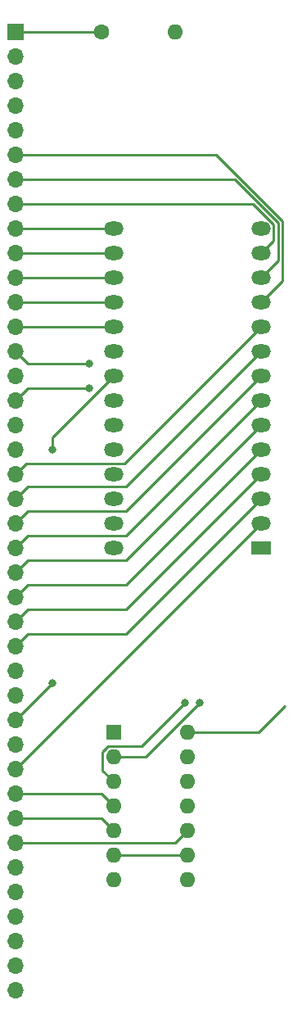
<source format=gbr>
%TF.GenerationSoftware,KiCad,Pcbnew,5.1.6-c6e7f7d~87~ubuntu18.04.1*%
%TF.CreationDate,2020-08-11T21:02:34+01:00*%
%TF.ProjectId,8KROM_Lower_Rev2,384b524f-4d5f-44c6-9f77-65725f526576,rev?*%
%TF.SameCoordinates,Original*%
%TF.FileFunction,Copper,L1,Top*%
%TF.FilePolarity,Positive*%
%FSLAX46Y46*%
G04 Gerber Fmt 4.6, Leading zero omitted, Abs format (unit mm)*
G04 Created by KiCad (PCBNEW 5.1.6-c6e7f7d~87~ubuntu18.04.1) date 2020-08-11 21:02:34*
%MOMM*%
%LPD*%
G01*
G04 APERTURE LIST*
%TA.AperFunction,ComponentPad*%
%ADD10O,2.000000X1.440000*%
%TD*%
%TA.AperFunction,ComponentPad*%
%ADD11R,2.000000X1.440000*%
%TD*%
%TA.AperFunction,ComponentPad*%
%ADD12O,1.600000X1.600000*%
%TD*%
%TA.AperFunction,ComponentPad*%
%ADD13R,1.600000X1.600000*%
%TD*%
%TA.AperFunction,ComponentPad*%
%ADD14C,1.600000*%
%TD*%
%TA.AperFunction,ComponentPad*%
%ADD15O,1.700000X1.700000*%
%TD*%
%TA.AperFunction,ComponentPad*%
%ADD16R,1.700000X1.700000*%
%TD*%
%TA.AperFunction,ViaPad*%
%ADD17C,0.800000*%
%TD*%
%TA.AperFunction,Conductor*%
%ADD18C,0.250000*%
%TD*%
G04 APERTURE END LIST*
D10*
%TO.P,U2,15*%
%TO.N,D3*%
X121920000Y-74930000D03*
%TO.P,U2,14*%
%TO.N,GND*%
X137160000Y-74930000D03*
%TO.P,U2,16*%
%TO.N,D4*%
X121920000Y-77470000D03*
%TO.P,U2,13*%
%TO.N,D2*%
X137160000Y-77470000D03*
%TO.P,U2,17*%
%TO.N,D5*%
X121920000Y-80010000D03*
%TO.P,U2,12*%
%TO.N,D1*%
X137160000Y-80010000D03*
%TO.P,U2,18*%
%TO.N,D6*%
X121920000Y-82550000D03*
%TO.P,U2,11*%
%TO.N,D0*%
X137160000Y-82550000D03*
%TO.P,U2,19*%
%TO.N,D7*%
X121920000Y-85090000D03*
%TO.P,U2,10*%
%TO.N,Net-(J1-Pad19)*%
X137160000Y-85090000D03*
%TO.P,U2,20*%
%TO.N,CE*%
X121920000Y-87630000D03*
%TO.P,U2,9*%
%TO.N,Net-(J1-Pad20)*%
X137160000Y-87630000D03*
%TO.P,U2,21*%
%TO.N,Net-(J1-Pad29)*%
X121920000Y-90170000D03*
%TO.P,U2,8*%
%TO.N,Net-(J1-Pad21)*%
X137160000Y-90170000D03*
%TO.P,U2,22*%
%TO.N,Net-(U1-Pad3)*%
X121920000Y-92710000D03*
%TO.P,U2,7*%
%TO.N,Net-(J1-Pad22)*%
X137160000Y-92710000D03*
%TO.P,U2,23*%
%TO.N,Net-(J1-Pad30)*%
X121920000Y-95250000D03*
%TO.P,U2,6*%
%TO.N,Net-(J1-Pad23)*%
X137160000Y-95250000D03*
%TO.P,U2,24*%
%TO.N,Net-(J1-Pad28)*%
X121920000Y-97790000D03*
%TO.P,U2,5*%
%TO.N,Net-(J1-Pad24)*%
X137160000Y-97790000D03*
%TO.P,U2,25*%
%TO.N,Net-(J1-Pad27)*%
X121920000Y-100330000D03*
%TO.P,U2,4*%
%TO.N,Net-(J1-Pad25)*%
X137160000Y-100330000D03*
%TO.P,U2,26*%
%TO.N,N/C*%
X121920000Y-102870000D03*
%TO.P,U2,3*%
%TO.N,Net-(J1-Pad26)*%
X137160000Y-102870000D03*
%TO.P,U2,27*%
%TO.N,Net-(R1-Pad2)*%
X121920000Y-105410000D03*
%TO.P,U2,2*%
%TO.N,Net-(J1-Pad31)*%
X137160000Y-105410000D03*
%TO.P,U2,28*%
%TO.N,+5V*%
X121920000Y-107950000D03*
D11*
%TO.P,U2,1*%
%TO.N,N/C*%
X137160000Y-107950000D03*
%TD*%
D12*
%TO.P,U1,14*%
%TO.N,+5V*%
X129540000Y-127000000D03*
%TO.P,U1,7*%
%TO.N,GND*%
X121920000Y-142240000D03*
%TO.P,U1,13*%
X129540000Y-129540000D03*
%TO.P,U1,6*%
%TO.N,Net-(U1-Pad6)*%
X121920000Y-139700000D03*
%TO.P,U1,12*%
%TO.N,GND*%
X129540000Y-132080000D03*
%TO.P,U1,5*%
%TO.N,Net-(J1-Pad33)*%
X121920000Y-137160000D03*
%TO.P,U1,11*%
%TO.N,Net-(U1-Pad11)*%
X129540000Y-134620000D03*
%TO.P,U1,4*%
%TO.N,Net-(J1-Pad32)*%
X121920000Y-134620000D03*
%TO.P,U1,10*%
%TO.N,Net-(J1-Pad34)*%
X129540000Y-137160000D03*
%TO.P,U1,3*%
%TO.N,Net-(U1-Pad3)*%
X121920000Y-132080000D03*
%TO.P,U1,9*%
%TO.N,Net-(U1-Pad6)*%
X129540000Y-139700000D03*
%TO.P,U1,2*%
%TO.N,Net-(J1-Pad16)*%
X121920000Y-129540000D03*
%TO.P,U1,8*%
%TO.N,CE*%
X129540000Y-142240000D03*
D13*
%TO.P,U1,1*%
%TO.N,Net-(J1-Pad14)*%
X121920000Y-127000000D03*
%TD*%
D12*
%TO.P,R1,2*%
%TO.N,Net-(R1-Pad2)*%
X128270000Y-54610000D03*
D14*
%TO.P,R1,1*%
%TO.N,+5V*%
X120650000Y-54610000D03*
%TD*%
D15*
%TO.P,J1,40*%
%TO.N,Net-(J1-Pad40)*%
X111760000Y-153670000D03*
%TO.P,J1,39*%
%TO.N,Net-(J1-Pad39)*%
X111760000Y-151130000D03*
%TO.P,J1,38*%
%TO.N,Net-(J1-Pad38)*%
X111760000Y-148590000D03*
%TO.P,J1,37*%
%TO.N,Net-(J1-Pad37)*%
X111760000Y-146050000D03*
%TO.P,J1,36*%
%TO.N,Net-(J1-Pad36)*%
X111760000Y-143510000D03*
%TO.P,J1,35*%
%TO.N,Net-(J1-Pad35)*%
X111760000Y-140970000D03*
%TO.P,J1,34*%
%TO.N,Net-(J1-Pad34)*%
X111760000Y-138430000D03*
%TO.P,J1,33*%
%TO.N,Net-(J1-Pad33)*%
X111760000Y-135890000D03*
%TO.P,J1,32*%
%TO.N,Net-(J1-Pad32)*%
X111760000Y-133350000D03*
%TO.P,J1,31*%
%TO.N,Net-(J1-Pad31)*%
X111760000Y-130810000D03*
%TO.P,J1,30*%
%TO.N,Net-(J1-Pad30)*%
X111760000Y-128270000D03*
%TO.P,J1,29*%
%TO.N,Net-(J1-Pad29)*%
X111760000Y-125730000D03*
%TO.P,J1,28*%
%TO.N,Net-(J1-Pad28)*%
X111760000Y-123190000D03*
%TO.P,J1,27*%
%TO.N,Net-(J1-Pad27)*%
X111760000Y-120650000D03*
%TO.P,J1,26*%
%TO.N,Net-(J1-Pad26)*%
X111760000Y-118110000D03*
%TO.P,J1,25*%
%TO.N,Net-(J1-Pad25)*%
X111760000Y-115570000D03*
%TO.P,J1,24*%
%TO.N,Net-(J1-Pad24)*%
X111760000Y-113030000D03*
%TO.P,J1,23*%
%TO.N,Net-(J1-Pad23)*%
X111760000Y-110490000D03*
%TO.P,J1,22*%
%TO.N,Net-(J1-Pad22)*%
X111760000Y-107950000D03*
%TO.P,J1,21*%
%TO.N,Net-(J1-Pad21)*%
X111760000Y-105410000D03*
%TO.P,J1,20*%
%TO.N,Net-(J1-Pad20)*%
X111760000Y-102870000D03*
%TO.P,J1,19*%
%TO.N,Net-(J1-Pad19)*%
X111760000Y-100330000D03*
%TO.P,J1,18*%
%TO.N,Net-(J1-Pad18)*%
X111760000Y-97790000D03*
%TO.P,J1,17*%
%TO.N,Net-(J1-Pad17)*%
X111760000Y-95250000D03*
%TO.P,J1,16*%
%TO.N,Net-(J1-Pad16)*%
X111760000Y-92710000D03*
%TO.P,J1,15*%
%TO.N,Net-(J1-Pad15)*%
X111760000Y-90170000D03*
%TO.P,J1,14*%
%TO.N,Net-(J1-Pad14)*%
X111760000Y-87630000D03*
%TO.P,J1,13*%
%TO.N,D7*%
X111760000Y-85090000D03*
%TO.P,J1,12*%
%TO.N,D6*%
X111760000Y-82550000D03*
%TO.P,J1,11*%
%TO.N,D5*%
X111760000Y-80010000D03*
%TO.P,J1,10*%
%TO.N,D4*%
X111760000Y-77470000D03*
%TO.P,J1,9*%
%TO.N,D3*%
X111760000Y-74930000D03*
%TO.P,J1,8*%
%TO.N,D2*%
X111760000Y-72390000D03*
%TO.P,J1,7*%
%TO.N,D1*%
X111760000Y-69850000D03*
%TO.P,J1,6*%
%TO.N,D0*%
X111760000Y-67310000D03*
%TO.P,J1,5*%
%TO.N,Net-(J1-Pad5)*%
X111760000Y-64770000D03*
%TO.P,J1,4*%
%TO.N,Net-(J1-Pad4)*%
X111760000Y-62230000D03*
%TO.P,J1,3*%
%TO.N,Net-(J1-Pad3)*%
X111760000Y-59690000D03*
%TO.P,J1,2*%
%TO.N,GND*%
X111760000Y-57150000D03*
D16*
%TO.P,J1,1*%
%TO.N,+5V*%
X111760000Y-54610000D03*
%TD*%
D17*
%TO.N,Net-(J1-Pad29)*%
X115570000Y-97790000D03*
X115570000Y-121920000D03*
%TO.N,Net-(J1-Pad16)*%
X119380000Y-91440000D03*
X130810000Y-123952000D03*
%TO.N,Net-(J1-Pad14)*%
X119380000Y-88900000D03*
%TO.N,Net-(U1-Pad3)*%
X129286000Y-123952000D03*
%TD*%
D18*
%TO.N,Net-(J1-Pad34)*%
X128270000Y-138430000D02*
X129540000Y-137160000D01*
X111760000Y-138430000D02*
X128270000Y-138430000D01*
%TO.N,Net-(J1-Pad33)*%
X120650000Y-135890000D02*
X121920000Y-137160000D01*
X111760000Y-135890000D02*
X120650000Y-135890000D01*
%TO.N,Net-(J1-Pad32)*%
X120650000Y-133350000D02*
X121920000Y-134620000D01*
X111760000Y-133350000D02*
X120650000Y-133350000D01*
%TO.N,Net-(J1-Pad31)*%
X111760000Y-130810000D02*
X137160000Y-105410000D01*
%TO.N,Net-(J1-Pad29)*%
X121920000Y-90170000D02*
X115570000Y-96520000D01*
X115570000Y-96520000D02*
X115570000Y-97790000D01*
X115570000Y-121920000D02*
X111760000Y-125730000D01*
%TO.N,Net-(J1-Pad26)*%
X111760000Y-118110000D02*
X113030000Y-116840000D01*
X113030000Y-116840000D02*
X123190000Y-116840000D01*
X123190000Y-116840000D02*
X137160000Y-102870000D01*
%TO.N,Net-(J1-Pad25)*%
X111760000Y-115570000D02*
X113030000Y-114300000D01*
X113030000Y-114300000D02*
X123190000Y-114300000D01*
X123190000Y-114300000D02*
X137160000Y-100330000D01*
%TO.N,Net-(J1-Pad24)*%
X111760000Y-113030000D02*
X113030000Y-111760000D01*
X113030000Y-111760000D02*
X123190000Y-111760000D01*
X123190000Y-111760000D02*
X137160000Y-97790000D01*
%TO.N,Net-(J1-Pad23)*%
X111760000Y-110490000D02*
X113030000Y-109220000D01*
X123190000Y-109220000D02*
X137160000Y-95250000D01*
X113030000Y-109220000D02*
X123190000Y-109220000D01*
%TO.N,Net-(J1-Pad22)*%
X111760000Y-107950000D02*
X113030000Y-106680000D01*
X113030000Y-106680000D02*
X123190000Y-106680000D01*
X123190000Y-106680000D02*
X137160000Y-92710000D01*
%TO.N,Net-(J1-Pad21)*%
X111760000Y-105410000D02*
X113030000Y-104140000D01*
X113030000Y-104140000D02*
X123190000Y-104140000D01*
X123190000Y-104140000D02*
X137160000Y-90170000D01*
%TO.N,Net-(J1-Pad20)*%
X123190000Y-101600000D02*
X137160000Y-87630000D01*
X111760000Y-102870000D02*
X113030000Y-101600000D01*
X113030000Y-101600000D02*
X123190000Y-101600000D01*
%TO.N,Net-(J1-Pad19)*%
X123045001Y-99204999D02*
X137160000Y-85090000D01*
X112885001Y-99204999D02*
X123045001Y-99204999D01*
X111760000Y-100330000D02*
X112885001Y-99204999D01*
%TO.N,Net-(J1-Pad16)*%
X113030000Y-91440000D02*
X111760000Y-92710000D01*
X119380000Y-91440000D02*
X113030000Y-91440000D01*
X125222000Y-129540000D02*
X121920000Y-129540000D01*
X130810000Y-123952000D02*
X125222000Y-129540000D01*
%TO.N,Net-(J1-Pad14)*%
X113030000Y-88900000D02*
X111760000Y-87630000D01*
X119380000Y-88900000D02*
X113030000Y-88900000D01*
%TO.N,D7*%
X111760000Y-85090000D02*
X121920000Y-85090000D01*
%TO.N,D6*%
X111760000Y-82550000D02*
X121920000Y-82550000D01*
%TO.N,D5*%
X111760000Y-80010000D02*
X121920000Y-80010000D01*
%TO.N,D4*%
X111760000Y-77470000D02*
X121920000Y-77470000D01*
%TO.N,D3*%
X111760000Y-74930000D02*
X121920000Y-74930000D01*
%TO.N,D2*%
X138285001Y-76344999D02*
X137160000Y-77470000D01*
X138485010Y-76144990D02*
X138285001Y-76344999D01*
X138485010Y-74497143D02*
X138485010Y-76144990D01*
X136377867Y-72390000D02*
X138485010Y-74497143D01*
X111760000Y-72390000D02*
X136377867Y-72390000D01*
%TO.N,D1*%
X134381412Y-69850000D02*
X111760000Y-69850000D01*
X134474277Y-69850000D02*
X134381412Y-69850000D01*
X138935019Y-74310742D02*
X134474277Y-69850000D01*
X138935020Y-78234980D02*
X138935019Y-74310742D01*
X137160000Y-80010000D02*
X138935020Y-78234980D01*
%TO.N,D0*%
X132477822Y-67310000D02*
X111760000Y-67310000D01*
X132570687Y-67310000D02*
X132477822Y-67310000D01*
X139385028Y-74124341D02*
X132570687Y-67310000D01*
X139385029Y-80324971D02*
X139385028Y-74124341D01*
X137160000Y-82550000D02*
X139385029Y-80324971D01*
%TO.N,+5V*%
X111760000Y-54610000D02*
X120650000Y-54610000D01*
X136906000Y-127000000D02*
X129540000Y-127000000D01*
X139635029Y-124270971D02*
X136906000Y-127000000D01*
%TO.N,Net-(U1-Pad6)*%
X121920000Y-139700000D02*
X129540000Y-139700000D01*
%TO.N,Net-(U1-Pad3)*%
X120794999Y-130954999D02*
X121920000Y-132080000D01*
X120794999Y-128999999D02*
X120794999Y-130954999D01*
X121379999Y-128414999D02*
X120794999Y-128999999D01*
X124823001Y-128414999D02*
X121379999Y-128414999D01*
X129286000Y-123952000D02*
X124823001Y-128414999D01*
%TD*%
M02*

</source>
